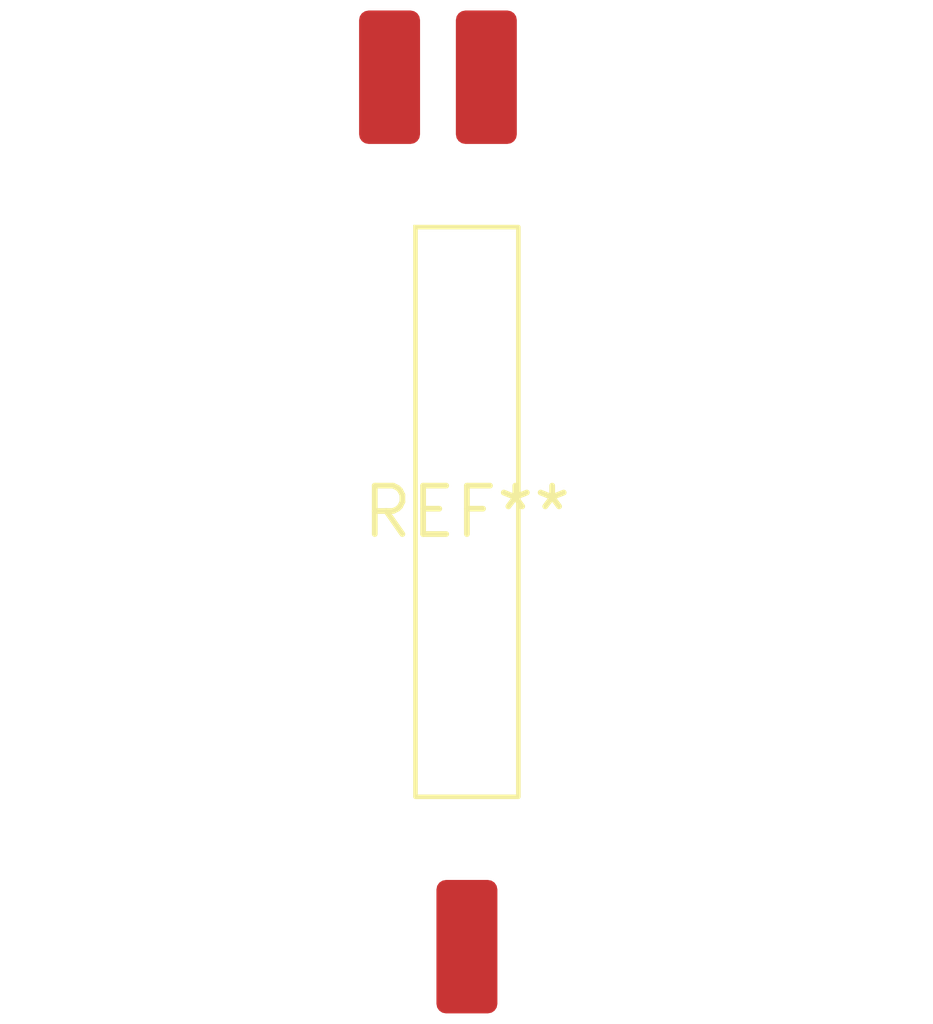
<source format=kicad_pcb>
(kicad_pcb (version 20240108) (generator pcbnew)
  (layers (0 "F.Cu" signal) (31 "B.Cu" signal) (34 "B.Paste" user) (35 "F.Paste" user) (36 "B.SilkS" user "B.Silkscreen") (37 "F.SilkS" user "F.Silkscreen") (38 "B.Mask" user) (39 "F.Mask" user) (44 "Edge.Cuts" user))
  (net 0 "")
  (footprint "SW_SPDT_REED_MSDM-DT" (layer "F.Cu") (at 0 0)
    (property "Reference" "REF**")
    (property "Value" "SW_SPDT_REED_MSDM-DT")
    (fp_rect (start -1.35 -7.47) (end 1.35 7.47) (layer "F.SilkS") (stroke (width 0.12)) (fill none))
    (pad "1" smd roundrect (at -2.03 -11.4 270) (size 3.5 1.6) (layers "F.Cu" "F.Paste" "F.Mask") (roundrect_rratio 0.15625))
    (pad "2" smd roundrect (at 0 11.4 270) (size 3.5 1.6) (layers "F.Cu" "F.Paste" "F.Mask") (roundrect_rratio 0.15625))
    (pad "3" smd roundrect (at 0.51 -11.4 270) (size 3.5 1.6) (layers "F.Cu" "F.Paste" "F.Mask") (roundrect_rratio 0.15625))
  )
)
</source>
